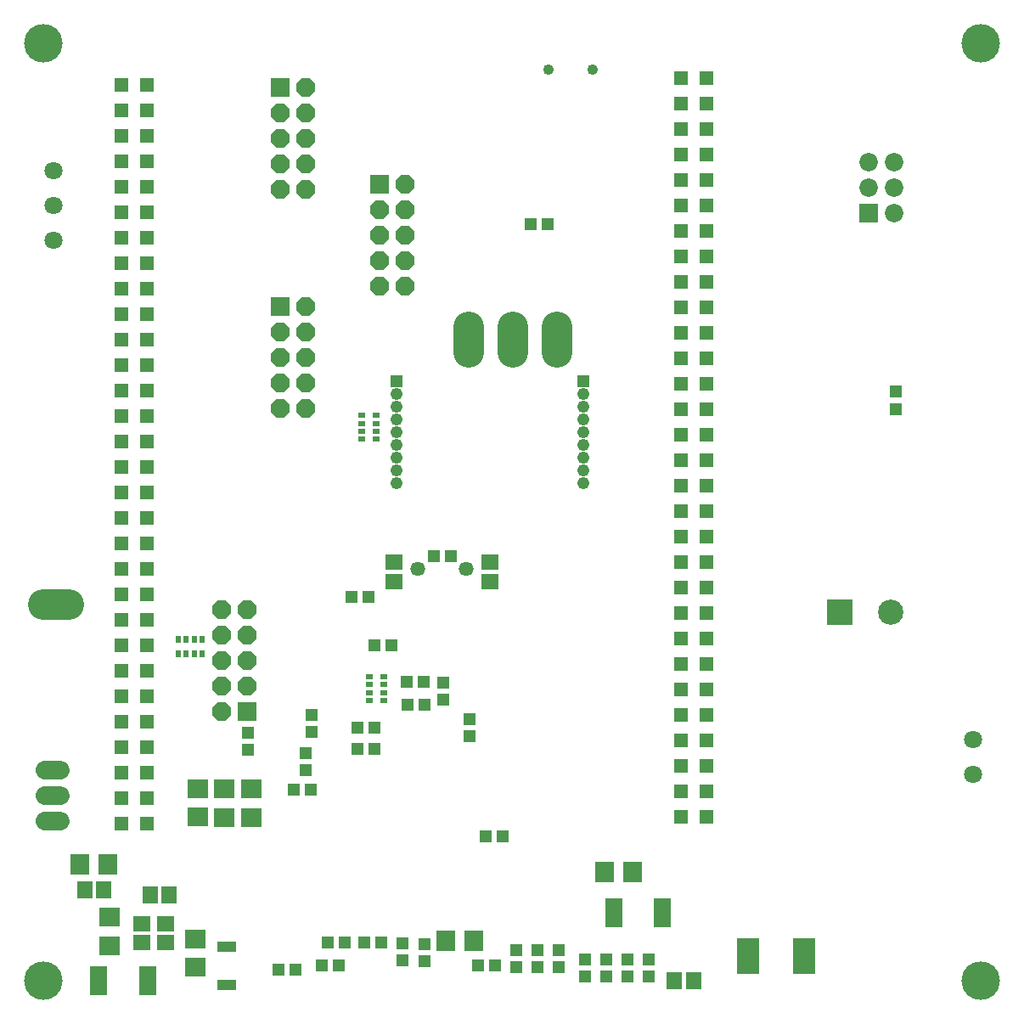
<source format=gbs>
G75*
%MOIN*%
%OFA0B0*%
%FSLAX25Y25*%
%IPPOS*%
%LPD*%
%AMOC8*
5,1,8,0,0,1.08239X$1,22.5*
%
%ADD10C,0.15120*%
%ADD11R,0.05669X0.05669*%
%ADD12R,0.05118X0.04724*%
%ADD13R,0.04724X0.05118*%
%ADD14R,0.06929X0.06142*%
%ADD15C,0.05760*%
%ADD16C,0.07228*%
%ADD17C,0.07087*%
%ADD18R,0.07228X0.07228*%
%ADD19C,0.07228*%
%ADD20R,0.02762X0.01975*%
%ADD21OC8,0.07228*%
%ADD22R,0.09921X0.09921*%
%ADD23C,0.09921*%
%ADD24C,0.04252*%
%ADD25R,0.07559X0.08346*%
%ADD26R,0.06142X0.06929*%
%ADD27R,0.06850X0.11378*%
%ADD28R,0.07720X0.04320*%
%ADD29R,0.08504X0.14016*%
%ADD30R,0.01975X0.02762*%
%ADD31C,0.12000*%
%ADD32R,0.08358X0.07559*%
%ADD33R,0.04800X0.04800*%
%ADD34C,0.04800*%
%ADD35R,0.08346X0.07559*%
D10*
X0050995Y0021600D03*
X0050995Y0389400D03*
X0418795Y0389400D03*
X0418795Y0021600D03*
D11*
X0311145Y0085650D03*
X0301145Y0085650D03*
X0301145Y0095650D03*
X0301145Y0105650D03*
X0301145Y0115650D03*
X0311145Y0115650D03*
X0311145Y0105650D03*
X0311145Y0095650D03*
X0311145Y0125650D03*
X0301145Y0125650D03*
X0301145Y0135650D03*
X0301145Y0145650D03*
X0311145Y0145650D03*
X0311145Y0135650D03*
X0311145Y0155650D03*
X0301145Y0155650D03*
X0301145Y0165650D03*
X0301145Y0175650D03*
X0311145Y0175650D03*
X0311145Y0165650D03*
X0311145Y0185650D03*
X0301145Y0185650D03*
X0301145Y0195650D03*
X0301145Y0205650D03*
X0311145Y0205650D03*
X0311145Y0195650D03*
X0311145Y0215650D03*
X0301145Y0215650D03*
X0301145Y0225650D03*
X0301145Y0235650D03*
X0311145Y0235650D03*
X0311145Y0225650D03*
X0311145Y0245650D03*
X0301145Y0245650D03*
X0301145Y0255650D03*
X0301145Y0265650D03*
X0311145Y0265650D03*
X0311145Y0255650D03*
X0311145Y0275650D03*
X0301145Y0275650D03*
X0301145Y0285650D03*
X0301145Y0295650D03*
X0311145Y0295650D03*
X0311145Y0285650D03*
X0311145Y0305650D03*
X0301145Y0305650D03*
X0301145Y0315650D03*
X0301145Y0325650D03*
X0311145Y0325650D03*
X0311145Y0315650D03*
X0311145Y0335650D03*
X0301145Y0335650D03*
X0301145Y0345650D03*
X0301145Y0355650D03*
X0311145Y0355650D03*
X0311145Y0345650D03*
X0311145Y0365650D03*
X0301145Y0365650D03*
X0301145Y0375650D03*
X0311145Y0375650D03*
X0091614Y0373150D03*
X0091614Y0363150D03*
X0091614Y0353150D03*
X0091614Y0343150D03*
X0091614Y0333150D03*
X0091614Y0323150D03*
X0091614Y0313150D03*
X0091614Y0303150D03*
X0091614Y0293150D03*
X0091614Y0283150D03*
X0091614Y0273150D03*
X0091614Y0263150D03*
X0091614Y0253150D03*
X0091614Y0243150D03*
X0091614Y0233150D03*
X0091614Y0223150D03*
X0091614Y0213150D03*
X0091614Y0203150D03*
X0091614Y0193150D03*
X0091614Y0183150D03*
X0091614Y0173150D03*
X0091614Y0163150D03*
X0091614Y0153150D03*
X0091614Y0143150D03*
X0091614Y0133150D03*
X0091614Y0123150D03*
X0091614Y0113150D03*
X0091614Y0103150D03*
X0091614Y0093150D03*
X0091614Y0083150D03*
X0081614Y0083150D03*
X0081614Y0093150D03*
X0081614Y0103150D03*
X0081614Y0113150D03*
X0081614Y0123150D03*
X0081614Y0133150D03*
X0081614Y0143150D03*
X0081614Y0153150D03*
X0081614Y0163150D03*
X0081614Y0173150D03*
X0081614Y0183150D03*
X0081614Y0193150D03*
X0081614Y0203150D03*
X0081614Y0213150D03*
X0081614Y0223150D03*
X0081614Y0233150D03*
X0081614Y0243150D03*
X0081614Y0253150D03*
X0081614Y0263150D03*
X0081614Y0273150D03*
X0081614Y0283150D03*
X0081614Y0293150D03*
X0081614Y0303150D03*
X0081614Y0313150D03*
X0081614Y0323150D03*
X0081614Y0333150D03*
X0081614Y0343150D03*
X0081614Y0353150D03*
X0081614Y0363150D03*
X0081614Y0373150D03*
D12*
X0242049Y0318600D03*
X0248742Y0318600D03*
X0180742Y0120650D03*
X0174049Y0120650D03*
X0174049Y0112500D03*
X0180742Y0112500D03*
X0131095Y0112154D03*
X0131095Y0118846D03*
X0191995Y0035996D03*
X0191995Y0029304D03*
X0200395Y0029204D03*
X0200395Y0035896D03*
X0236395Y0033346D03*
X0236395Y0026654D03*
X0149742Y0025800D03*
X0143049Y0025800D03*
D13*
X0160149Y0027600D03*
X0166842Y0027600D03*
X0169092Y0036350D03*
X0162399Y0036350D03*
X0176699Y0036350D03*
X0183392Y0036350D03*
X0221649Y0027600D03*
X0228342Y0027600D03*
X0244795Y0026654D03*
X0244795Y0033346D03*
X0253195Y0033346D03*
X0253195Y0026654D03*
X0263395Y0029746D03*
X0263395Y0023054D03*
X0271795Y0023054D03*
X0271795Y0029746D03*
X0280195Y0029746D03*
X0280195Y0023054D03*
X0288595Y0023054D03*
X0288595Y0029746D03*
X0231342Y0078000D03*
X0224649Y0078000D03*
X0218245Y0117554D03*
X0218245Y0124246D03*
X0207795Y0131904D03*
X0200392Y0129800D03*
X0193699Y0129800D03*
X0193399Y0138950D03*
X0200092Y0138950D03*
X0207795Y0138596D03*
X0187542Y0153000D03*
X0180849Y0153000D03*
X0178542Y0172200D03*
X0171849Y0172200D03*
X0204049Y0188150D03*
X0210742Y0188150D03*
X0156095Y0125846D03*
X0156095Y0119154D03*
X0153845Y0110696D03*
X0153845Y0104004D03*
X0155742Y0096600D03*
X0149049Y0096600D03*
X0385645Y0245954D03*
X0385645Y0252646D03*
D14*
X0226145Y0185640D03*
X0226145Y0178160D03*
X0188645Y0178160D03*
X0188645Y0185640D03*
X0098995Y0043940D03*
X0098995Y0036460D03*
X0089395Y0036460D03*
X0089395Y0043940D03*
D15*
X0197895Y0183150D03*
X0216895Y0183150D03*
D16*
X0057607Y0104000D02*
X0051583Y0104000D01*
X0051583Y0094000D02*
X0057607Y0094000D01*
X0057607Y0084000D02*
X0051583Y0084000D01*
D17*
X0054989Y0312020D03*
X0054989Y0325800D03*
X0054989Y0339580D03*
X0416001Y0116090D03*
X0416001Y0102310D03*
D18*
X0374995Y0322800D03*
X0182995Y0334200D03*
X0143995Y0372000D03*
X0143995Y0286200D03*
X0130795Y0127200D03*
D19*
X0374995Y0332800D03*
X0374995Y0342800D03*
X0384995Y0342800D03*
X0384995Y0332800D03*
X0384995Y0322800D03*
D20*
X0184420Y0140775D03*
X0184420Y0137650D03*
X0184420Y0134525D03*
X0184420Y0131400D03*
X0178795Y0131400D03*
X0178795Y0134525D03*
X0178795Y0137650D03*
X0178795Y0140775D03*
X0181420Y0234000D03*
X0181420Y0237125D03*
X0181420Y0240250D03*
X0181420Y0243375D03*
X0175795Y0243375D03*
X0175795Y0240250D03*
X0175795Y0237125D03*
X0175795Y0234000D03*
D21*
X0153995Y0246200D03*
X0143995Y0246200D03*
X0143995Y0256200D03*
X0143995Y0266200D03*
X0153995Y0266200D03*
X0153995Y0256200D03*
X0153995Y0276200D03*
X0143995Y0276200D03*
X0153995Y0286200D03*
X0182995Y0294200D03*
X0182995Y0304200D03*
X0192995Y0304200D03*
X0192995Y0294200D03*
X0192995Y0314200D03*
X0182995Y0314200D03*
X0182995Y0324200D03*
X0192995Y0324200D03*
X0192995Y0334200D03*
X0153995Y0332000D03*
X0143995Y0332000D03*
X0143995Y0342000D03*
X0143995Y0352000D03*
X0153995Y0352000D03*
X0153995Y0342000D03*
X0153995Y0362000D03*
X0143995Y0362000D03*
X0153995Y0372000D03*
X0130795Y0167200D03*
X0130795Y0157200D03*
X0130795Y0147200D03*
X0120795Y0147200D03*
X0120795Y0157200D03*
X0120795Y0167200D03*
X0120795Y0137200D03*
X0120795Y0127200D03*
X0130795Y0137200D03*
D22*
X0363595Y0166200D03*
D23*
X0383595Y0166200D03*
D24*
X0266657Y0379200D03*
X0249334Y0379200D03*
D25*
X0076307Y0067200D03*
X0065283Y0067200D03*
X0208983Y0037200D03*
X0220007Y0037200D03*
X0271083Y0064200D03*
X0282107Y0064200D03*
D26*
X0298655Y0021600D03*
X0306135Y0021600D03*
X0100335Y0055200D03*
X0092855Y0055200D03*
X0074535Y0057000D03*
X0067055Y0057000D03*
D27*
X0072569Y0021600D03*
X0091821Y0021600D03*
X0274769Y0048000D03*
X0294021Y0048000D03*
D28*
X0122995Y0034800D03*
X0122995Y0019800D03*
D29*
X0327372Y0031200D03*
X0349419Y0031200D03*
D30*
X0113170Y0149775D03*
X0110045Y0149775D03*
X0106920Y0149775D03*
X0103795Y0149775D03*
X0103795Y0155400D03*
X0106920Y0155400D03*
X0110045Y0155400D03*
X0113170Y0155400D03*
D31*
X0060795Y0169200D02*
X0050795Y0169200D01*
X0217795Y0268000D02*
X0217795Y0278000D01*
X0235195Y0278000D02*
X0235195Y0268000D01*
X0252595Y0268000D02*
X0252595Y0278000D01*
D32*
X0132595Y0096798D03*
X0121795Y0096798D03*
X0121795Y0085602D03*
X0132595Y0085602D03*
D33*
X0189595Y0256800D03*
X0262795Y0256800D03*
D34*
X0262795Y0251800D03*
X0262795Y0246800D03*
X0262795Y0241800D03*
X0262795Y0236800D03*
X0262795Y0231800D03*
X0262795Y0226800D03*
X0262795Y0221800D03*
X0262795Y0216800D03*
X0189595Y0216800D03*
X0189595Y0221800D03*
X0189595Y0226800D03*
X0189595Y0231800D03*
X0189595Y0236800D03*
X0189595Y0241800D03*
X0189595Y0246800D03*
X0189595Y0251800D03*
D35*
X0111595Y0096712D03*
X0111595Y0085688D03*
X0076795Y0046312D03*
X0076795Y0035288D03*
X0110395Y0037912D03*
X0110395Y0026888D03*
M02*

</source>
